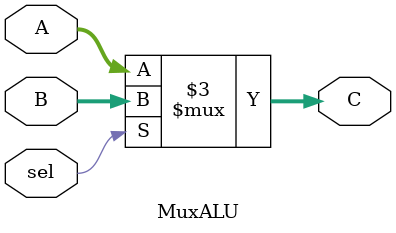
<source format=v>
`timescale 1ns/1ns

module MuxALU(
	input sel,
	input [31:0]A,
	input [31:0]B,
	output reg [31:0]C
);
	
always @*
begin
	if (sel)
		begin
		C=B;
		end
	else
		begin
		C=A;
		end
	end
	
endmodule

</source>
